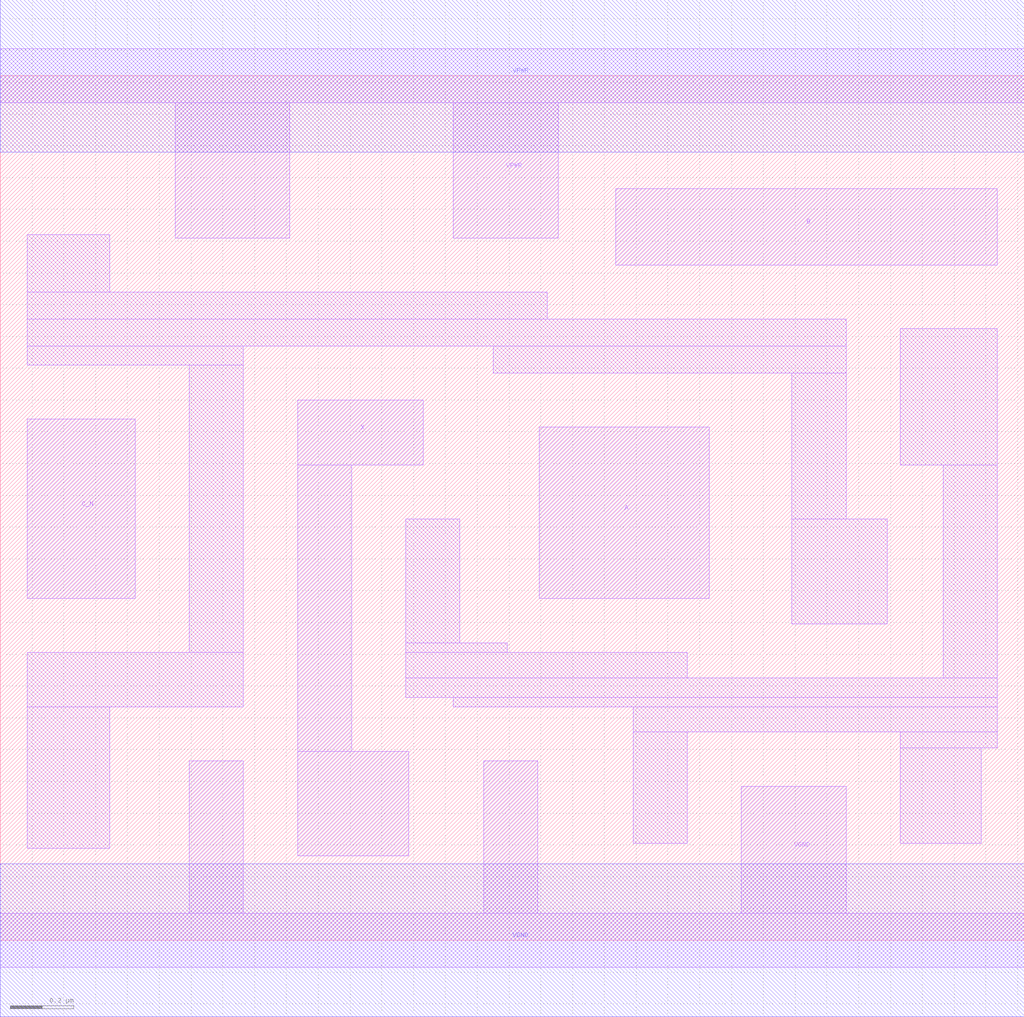
<source format=lef>
# Copyright 2020 The SkyWater PDK Authors
#
# Licensed under the Apache License, Version 2.0 (the "License");
# you may not use this file except in compliance with the License.
# You may obtain a copy of the License at
#
#     https://www.apache.org/licenses/LICENSE-2.0
#
# Unless required by applicable law or agreed to in writing, software
# distributed under the License is distributed on an "AS IS" BASIS,
# WITHOUT WARRANTIES OR CONDITIONS OF ANY KIND, either express or implied.
# See the License for the specific language governing permissions and
# limitations under the License.
#
# SPDX-License-Identifier: Apache-2.0

VERSION 5.5 ;
NAMESCASESENSITIVE ON ;
BUSBITCHARS "[]" ;
DIVIDERCHAR "/" ;
MACRO sky130_fd_sc_hd__or3b_2
  CLASS CORE ;
  SOURCE USER ;
  ORIGIN  0.000000  0.000000 ;
  SIZE  3.220000 BY  2.720000 ;
  SYMMETRY X Y R90 ;
  SITE unithd ;
  PIN A
    ANTENNAGATEAREA  0.126000 ;
    DIRECTION INPUT ;
    USE SIGNAL ;
    PORT
      LAYER li1 ;
        RECT 1.695000 1.075000 2.230000 1.615000 ;
    END
  END A
  PIN B
    ANTENNAGATEAREA  0.126000 ;
    DIRECTION INPUT ;
    USE SIGNAL ;
    PORT
      LAYER li1 ;
        RECT 1.935000 2.125000 3.135000 2.365000 ;
    END
  END B
  PIN C_N
    ANTENNAGATEAREA  0.126000 ;
    DIRECTION INPUT ;
    USE SIGNAL ;
    PORT
      LAYER li1 ;
        RECT 0.085000 1.075000 0.425000 1.640000 ;
    END
  END C_N
  PIN X
    ANTENNADIFFAREA  0.445500 ;
    DIRECTION OUTPUT ;
    USE SIGNAL ;
    PORT
      LAYER li1 ;
        RECT 0.935000 0.265000 1.285000 0.595000 ;
        RECT 0.935000 0.595000 1.105000 1.495000 ;
        RECT 0.935000 1.495000 1.330000 1.700000 ;
    END
  END X
  PIN VGND
    DIRECTION INOUT ;
    SHAPE ABUTMENT ;
    USE GROUND ;
    PORT
      LAYER li1 ;
        RECT 0.000000 -0.085000 3.220000 0.085000 ;
        RECT 0.595000  0.085000 0.765000 0.565000 ;
        RECT 1.520000  0.085000 1.690000 0.565000 ;
        RECT 2.330000  0.085000 2.660000 0.485000 ;
    END
    PORT
      LAYER met1 ;
        RECT 0.000000 -0.240000 3.220000 0.240000 ;
    END
  END VGND
  PIN VNB
    DIRECTION INOUT ;
    USE GROUND ;
    PORT
    END
  END VNB
  PIN VPB
    DIRECTION INOUT ;
    USE POWER ;
    PORT
    END
  END VPB
  PIN VPWR
    DIRECTION INOUT ;
    SHAPE ABUTMENT ;
    USE POWER ;
    PORT
      LAYER li1 ;
        RECT 0.000000 2.635000 3.220000 2.805000 ;
        RECT 0.550000 2.210000 0.910000 2.635000 ;
        RECT 1.425000 2.210000 1.755000 2.635000 ;
    END
    PORT
      LAYER met1 ;
        RECT 0.000000 2.480000 3.220000 2.960000 ;
    END
  END VPWR
  OBS
    LAYER li1 ;
      RECT 0.085000 0.290000 0.345000 0.735000 ;
      RECT 0.085000 0.735000 0.765000 0.905000 ;
      RECT 0.085000 1.810000 0.765000 1.870000 ;
      RECT 0.085000 1.870000 2.660000 1.955000 ;
      RECT 0.085000 1.955000 1.720000 2.040000 ;
      RECT 0.085000 2.040000 0.345000 2.220000 ;
      RECT 0.595000 0.905000 0.765000 1.810000 ;
      RECT 1.275000 0.765000 3.135000 0.825000 ;
      RECT 1.275000 0.825000 2.160000 0.905000 ;
      RECT 1.275000 0.905000 1.595000 0.935000 ;
      RECT 1.275000 0.935000 1.445000 1.325000 ;
      RECT 1.425000 0.735000 3.135000 0.765000 ;
      RECT 1.550000 1.785000 2.660000 1.870000 ;
      RECT 1.990000 0.305000 2.160000 0.655000 ;
      RECT 1.990000 0.655000 3.135000 0.735000 ;
      RECT 2.490000 0.995000 2.790000 1.325000 ;
      RECT 2.490000 1.325000 2.660000 1.785000 ;
      RECT 2.830000 0.305000 3.085000 0.605000 ;
      RECT 2.830000 0.605000 3.135000 0.655000 ;
      RECT 2.830000 1.495000 3.135000 1.925000 ;
      RECT 2.965000 0.825000 3.135000 1.495000 ;
  END
END sky130_fd_sc_hd__or3b_2
END LIBRARY

</source>
